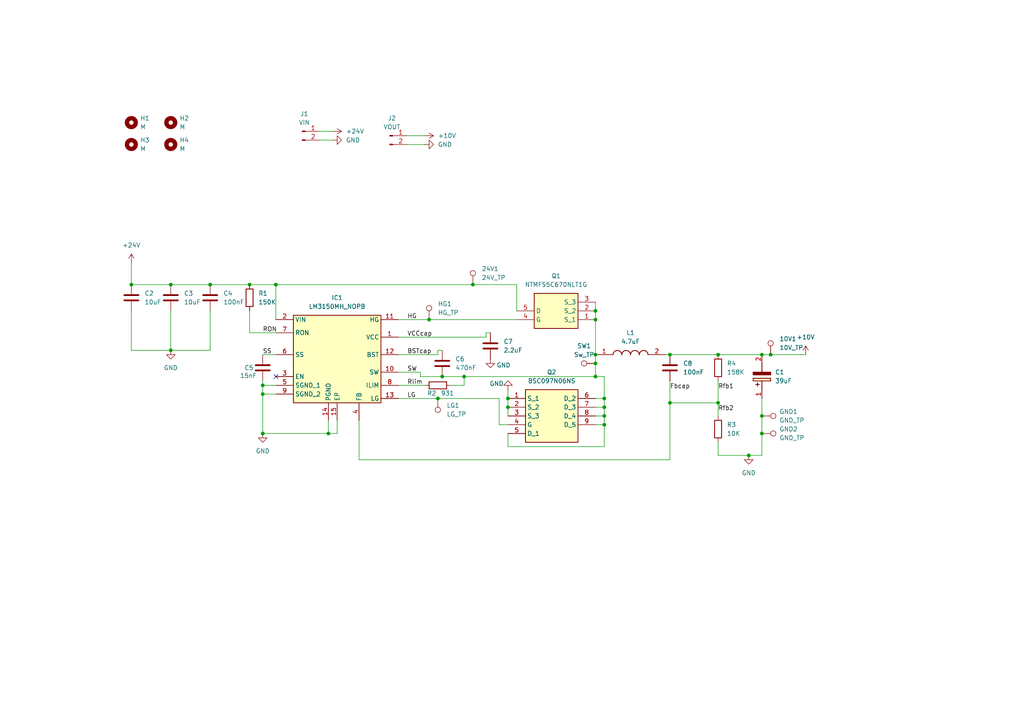
<source format=kicad_sch>
(kicad_sch (version 20250114) (generator "eeschema") (generator_version "9.0")
  (paper "A4")
  (lib_symbols
    (symbol "Connector:Conn_01x02_Pin" (pin_names (offset 1.016) (hide yes))
      (property "Reference" "J" (at 0 2.54 0))
      (property "Value" "Conn_01x02_Pin" (at 0 -5.08 0))
      (symbol "Conn_01x02_Pin_1_1"
        (rectangle (start 0.8636 0.127) (end 0 -0.127) (stroke (width 0.1524)) (fill (type outline)))
        (rectangle (start 0.8636 -2.413) (end 0 -2.667) (stroke (width 0.1524)) (fill (type outline)))
        (polyline (pts (xy 1.27 0) (xy 0.8636 0)) (stroke (width 0.1524)))
        (polyline (pts (xy 1.27 -2.54) (xy 0.8636 -2.54)) (stroke (width 0.1524)))
        (pin passive line (at 5.08 0 180) (length 3.81) (name "Pin_1") (number "1"))
        (pin passive line (at 5.08 -2.54 180) (length 3.81) (name "Pin_2") (number "2"))
      )
    )
    (symbol "Connector:TestPoint" (pin_numbers (hide yes)) (pin_names (offset 0.762) (hide yes))
      (property "Reference" "TP" (at 0 6.858 0))
      (property "Value" "TestPoint" (at 0 5.08 0))
      (symbol "TestPoint_0_1"
        (circle (center 0 3.302) (radius 0.762))
      )
      (symbol "TestPoint_1_1"
        (pin passive line (at 0 0 90) (length 2.54) (name "1") (number "1"))
      )
    )
    (symbol "Device:C" (pin_numbers (hide yes)) (pin_names (offset 0.254))
      (property "Reference" "C" (at 0.635 2.54 0))
      (property "Value" "C" (at 0.635 -2.54 0))
      (symbol "C_0_1"
        (polyline (pts (xy -2.032 0.762) (xy 2.032 0.762)) (stroke (width 0.508)))
        (polyline (pts (xy -2.032 -0.762) (xy 2.032 -0.762)) (stroke (width 0.508)))
      )
      (symbol "C_1_1"
        (pin passive line (at 0 3.81 270) (length 2.794) (name "~") (number "1"))
        (pin passive line (at 0 -3.81 90) (length 2.794) (name "~") (number "2"))
      )
    )
    (symbol "Device:R" (pin_numbers (hide yes)) (pin_names (offset 0))
      (property "Reference" "R" (at 2.032 0 90))
      (property "Value" "R" (at 0 0 90))
      (symbol "R_0_1"
        (rectangle (start -1.016 -2.54) (end 1.016 2.54) (stroke (width 0.254)))
      )
      (symbol "R_1_1"
        (pin passive line (at 0 3.81 270) (length 1.27) (name "~") (number "1"))
        (pin passive line (at 0 -3.81 90) (length 1.27) (name "~") (number "2"))
      )
    )
    (symbol "Mechanical:MountingHole" (pin_names (offset 1.016)) (in_bom no)
      (property "Reference" "H" (at 0 5.08 0))
      (property "Value" "MountingHole" (at 0 3.175 0))
      (symbol "MountingHole_0_1"
        (circle (center 0 0) (radius 1.27) (stroke (width 1.27)))
      )
    )
    (symbol "SamacSys_Parts:16SVPC39MV" (pin_names (hide yes))
      (property "Reference" "C" (at 8.89 6.35 0))
      (property "Value" "16SVPC39MV" (at 8.89 3.81 0))
      (symbol "16SVPC39MV_1_1"
        (polyline (pts (xy 2.54 0) (xy 5.08 0)) (stroke (width 0.254)))
        (polyline (pts (xy 4.064 1.778) (xy 4.064 0.762)) (stroke (width 0.254)))
        (polyline (pts (xy 4.572 1.27) (xy 3.556 1.27)) (stroke (width 0.254)))
        (rectangle (start 5.08 2.54) (end 5.842 -2.54) (stroke (width 0.254)) (fill (type background)))
        (polyline (pts (xy 7.62 2.54) (xy 7.62 -2.54) (xy 6.858 -2.54) (xy 6.858 2.54) (xy 7.62 2.54)) (stroke (width 0.254)) (fill (type outline)))
        (polyline (pts (xy 7.62 0) (xy 10.16 0)) (stroke (width 0.254)))
        (pin passive line (at 0 0 0) (length 2.54) (name "+") (number "1"))
        (pin passive line (at 12.7 0 180) (length 2.54) (name "-") (number "2"))
      )
    )
    (symbol "SamacSys_Parts:BSC097N06NS"
      (property "Reference" "Q" (at 21.59 7.62 0))
      (property "Value" "BSC097N06NS" (at 21.59 5.08 0))
      (symbol "BSC097N06NS_1_1"
        (rectangle (start 5.08 2.54) (end 20.32 -12.7) (stroke (width 0.254)) (fill (type background)))
        (pin passive line (at 0 0 0) (length 5.08) (name "S_1") (number "1"))
        (pin passive line (at 0 -2.54 0) (length 5.08) (name "S_2") (number "2"))
        (pin passive line (at 0 -5.08 0) (length 5.08) (name "S_3") (number "3"))
        (pin passive line (at 0 -7.62 0) (length 5.08) (name "G") (number "4"))
        (pin passive line (at 0 -10.16 0) (length 5.08) (name "D_1") (number "5"))
        (pin passive line (at 25.4 0 180) (length 5.08) (name "D_2") (number "6"))
        (pin passive line (at 25.4 -2.54 180) (length 5.08) (name "D_3") (number "7"))
        (pin passive line (at 25.4 -5.08 180) (length 5.08) (name "D_4") (number "8"))
        (pin passive line (at 25.4 -7.62 180) (length 5.08) (name "D_5") (number "9"))
      )
    )
    (symbol "SamacSys_Parts:IHLP5050FDER4R7M01" (pin_names (hide yes))
      (property "Reference" "L" (at 16.51 6.35 0))
      (property "Value" "IHLP5050FDER4R7M01" (at 16.51 3.81 0))
      (symbol "IHLP5050FDER4R7M01_1_1"
        (arc (start 5.08 0) (mid 6.35 1.219) (end 7.62 0) (stroke (width 0.254)))
        (arc (start 7.62 0) (mid 8.89 1.219) (end 10.16 0) (stroke (width 0.254)))
        (arc (start 10.16 0) (mid 11.43 1.219) (end 12.7 0) (stroke (width 0.254)))
        (arc (start 12.7 0) (mid 13.97 1.219) (end 15.24 0) (stroke (width 0.254)))
        (pin passive line (at 0 0 0) (length 5.08) (name "1") (number "1"))
        (pin passive line (at 20.32 0 180) (length 5.08) (name "2") (number "2"))
      )
    )
    (symbol "SamacSys_Parts:LM3150MH_NOPB"
      (property "Reference" "IC1" (at 17.78 7.62 0))
      (property "Value" "LM3150MH_NOPB" (at 17.78 5.08 0))
      (symbol "LM3150MH_NOPB_1_1"
        (rectangle (start 5.08 2.54) (end 30.48 -22.86) (stroke (width 0.254)) (fill (type background)))
        (pin passive line (at 0 1.27 0) (length 5.08) (name "VIN") (number "2"))
        (pin passive line (at 0 -2.54 0) (length 5.08) (name "RON") (number "7"))
        (pin passive line (at 0 -8.89 0) (length 5.08) (name "SS") (number "6"))
        (pin passive line (at 0 -15.24 0) (length 5.08) (name "EN") (number "3"))
        (pin passive line (at 0 -17.78 0) (length 5.08) (name "SGND_1") (number "5"))
        (pin passive line (at 0 -20.32 0) (length 5.08) (name "SGND_2") (number "9"))
        (pin passive line (at 15.24 -27.94 90) (length 5.08) (name "PGND") (number "14"))
        (pin passive line (at 17.78 -27.94 90) (length 5.08) (name "EP") (number "15"))
        (pin passive line (at 24.13 -27.94 90) (length 5.08) (name "FB") (number "4"))
        (pin passive line (at 35.56 1.27 180) (length 5.08) (name "HG") (number "11"))
        (pin passive line (at 35.56 -3.81 180) (length 5.08) (name "VCC") (number "1"))
        (pin passive line (at 35.56 -8.89 180) (length 5.08) (name "BST") (number "12"))
        (pin passive line (at 35.56 -13.97 180) (length 5.08) (name "SW") (number "10"))
        (pin passive line (at 35.56 -17.78 180) (length 5.08) (name "ILIM") (number "8"))
        (pin passive line (at 35.56 -21.59 180) (length 5.08) (name "LG") (number "13"))
      )
    )
    (symbol "SamacSys_Parts:NTMFS5C670NLT1G"
      (property "Reference" "Q" (at 19.05 7.62 0))
      (property "Value" "NTMFS5C670NLT1G" (at 19.05 5.08 0))
      (symbol "NTMFS5C670NLT1G_1_1"
        (rectangle (start 5.08 2.54) (end 17.78 -7.62) (stroke (width 0.254)) (fill (type background)))
        (pin passive line (at 0 0 0) (length 5.08) (name "S_1") (number "1"))
        (pin passive line (at 0 -2.54 0) (length 5.08) (name "S_2") (number "2"))
        (pin passive line (at 0 -5.08 0) (length 5.08) (name "S_3") (number "3"))
        (pin passive line (at 22.86 0 180) (length 5.08) (name "G") (number "4"))
        (pin passive line (at 22.86 -2.54 180) (length 5.08) (name "D") (number "5"))
      )
    )
    (symbol "power:+10V" (power) (pin_numbers (hide yes)) (pin_names (offset 0) (hide yes))
      (property "Value" "+10V" (at 0 3.556 0))
      (symbol "+10V_0_1"
        (polyline (pts (xy -0.762 1.27) (xy 0 2.54)))
        (polyline (pts (xy 0 2.54) (xy 0.762 1.27)))
        (polyline (pts (xy 0 0) (xy 0 2.54)))
      )
      (symbol "+10V_1_1"
        (pin power_in line (at 0 0 90) (length 0) (name "~") (number "1"))
      )
    )
    (symbol "power:+24V" (power) (pin_numbers (hide yes)) (pin_names (offset 0) (hide yes))
      (property "Value" "+24V" (at 0 3.556 0))
      (symbol "+24V_0_1"
        (polyline (pts (xy -0.762 1.27) (xy 0 2.54)))
        (polyline (pts (xy 0 2.54) (xy 0.762 1.27)))
        (polyline (pts (xy 0 0) (xy 0 2.54)))
      )
      (symbol "+24V_1_1"
        (pin power_in line (at 0 0 90) (length 0) (name "~") (number "1"))
      )
    )
    (symbol "power:GND" (power) (pin_numbers (hide yes)) (pin_names (offset 0) (hide yes))
      (property "Value" "GND" (at 0 -3.81 0))
      (symbol "GND_0_1"
        (polyline (pts (xy 0 0) (xy 0 -1.27) (xy 1.27 -1.27) (xy 0 -2.54) (xy -1.27 -1.27) (xy 0 -1.27)))
      )
      (symbol "GND_1_1"
        (pin power_in line (at 0 0 270) (length 0) (name "~") (number "1"))
      )
    )
  )
  (junction (at 80.01 82.55))
  (junction (at 194.31 116.84))
  (junction (at 172.72 109.22))
  (junction (at 147.32 118.11))
  (junction (at 124.46 92.71))
  (junction (at 217.17 132.08))
  (junction (at 208.28 102.87))
  (junction (at 76.2 125.73))
  (junction (at 220.98 102.87))
  (junction (at 76.2 111.76))
  (junction (at 147.32 115.57))
  (junction (at 175.26 120.65))
  (junction (at 208.28 116.84))
  (junction (at 49.53 82.55))
  (junction (at 134.62 109.22))
  (junction (at 76.2 114.3))
  (junction (at 172.72 90.17))
  (junction (at 220.98 120.65))
  (junction (at 172.72 105.41))
  (junction (at 95.25 125.73))
  (junction (at 172.72 92.71))
  (junction (at 175.26 115.57))
  (junction (at 175.26 118.11))
  (junction (at 49.53 101.6))
  (junction (at 60.96 82.55))
  (junction (at 127 115.57))
  (junction (at 220.98 125.73))
  (junction (at 223.52 102.87))
  (junction (at 72.39 82.55))
  (junction (at 128.27 109.22))
  (junction (at 194.31 102.87))
  (junction (at 137.16 82.55))
  (junction (at 172.72 102.87))
  (junction (at 38.1 82.55))
  (junction (at 175.26 123.19))
  (no_connect (at 80.01 109.22))
  (wire (pts (xy 127 102.87) (xy 127 101.6)))
  (wire (pts (xy 175.26 109.22) (xy 172.72 109.22)))
  (wire (pts (xy 76.2 110.49) (xy 76.2 111.76)))
  (wire (pts (xy 194.31 102.87) (xy 208.28 102.87)))
  (wire (pts (xy 194.31 133.35) (xy 194.31 116.84)))
  (wire (pts (xy 134.62 111.76) (xy 134.62 109.22)))
  (wire (pts (xy 49.53 90.17) (xy 49.53 101.6)))
  (wire (pts (xy 76.2 111.76) (xy 80.01 111.76)))
  (wire (pts (xy 124.46 92.71) (xy 149.86 92.71)))
  (wire (pts (xy 92.71 40.64) (xy 96.52 40.64)))
  (wire (pts (xy 76.2 125.73) (xy 95.25 125.73)))
  (wire (pts (xy 80.01 82.55) (xy 80.01 92.71)))
  (wire (pts (xy 172.72 92.71) (xy 172.72 102.87)))
  (wire (pts (xy 140.97 96.52) (xy 142.24 96.52)))
  (wire (pts (xy 127 115.57) (xy 115.57 115.57)))
  (wire (pts (xy 49.53 101.6) (xy 60.96 101.6)))
  (wire (pts (xy 130.81 111.76) (xy 134.62 111.76)))
  (wire (pts (xy 97.79 121.92) (xy 97.79 125.73)))
  (wire (pts (xy 172.72 118.11) (xy 175.26 118.11)))
  (wire (pts (xy 175.26 115.57) (xy 175.26 109.22)))
  (wire (pts (xy 72.39 90.17) (xy 72.39 96.52)))
  (wire (pts (xy 208.28 110.49) (xy 208.28 116.84)))
  (wire (pts (xy 76.2 111.76) (xy 76.2 114.3)))
  (wire (pts (xy 38.1 82.55) (xy 49.53 82.55)))
  (wire (pts (xy 175.26 123.19) (xy 175.26 120.65)))
  (wire (pts (xy 194.31 110.49) (xy 194.31 116.84)))
  (wire (pts (xy 115.57 107.95) (xy 121.92 107.95)))
  (wire (pts (xy 95.25 121.92) (xy 95.25 125.73)))
  (wire (pts (xy 208.28 102.87) (xy 220.98 102.87)))
  (wire (pts (xy 144.78 115.57) (xy 127 115.57)))
  (wire (pts (xy 127 101.6) (xy 128.27 101.6)))
  (wire (pts (xy 220.98 115.57) (xy 220.98 120.65)))
  (wire (pts (xy 115.57 111.76) (xy 123.19 111.76)))
  (wire (pts (xy 147.32 118.11) (xy 147.32 120.65)))
  (wire (pts (xy 147.32 125.73) (xy 147.32 129.54)))
  (wire (pts (xy 60.96 90.17) (xy 60.96 101.6)))
  (wire (pts (xy 220.98 120.65) (xy 220.98 125.73)))
  (wire (pts (xy 149.86 82.55) (xy 149.86 90.17)))
  (wire (pts (xy 115.57 102.87) (xy 127 102.87)))
  (wire (pts (xy 137.16 82.55) (xy 149.86 82.55)))
  (wire (pts (xy 118.11 41.91) (xy 123.19 41.91)))
  (wire (pts (xy 38.1 90.17) (xy 38.1 101.6)))
  (wire (pts (xy 172.72 120.65) (xy 175.26 120.65)))
  (wire (pts (xy 115.57 92.71) (xy 124.46 92.71)))
  (wire (pts (xy 175.26 120.65) (xy 175.26 118.11)))
  (wire (pts (xy 104.14 121.92) (xy 104.14 133.35)))
  (wire (pts (xy 38.1 76.2) (xy 38.1 82.55)))
  (wire (pts (xy 60.96 82.55) (xy 72.39 82.55)))
  (wire (pts (xy 104.14 133.35) (xy 194.31 133.35)))
  (wire (pts (xy 144.78 115.57) (xy 144.78 123.19)))
  (wire (pts (xy 193.04 102.87) (xy 194.31 102.87)))
  (wire (pts (xy 80.01 82.55) (xy 137.16 82.55)))
  (wire (pts (xy 175.26 129.54) (xy 175.26 123.19)))
  (wire (pts (xy 38.1 101.6) (xy 49.53 101.6)))
  (wire (pts (xy 147.32 113.03) (xy 147.32 115.57)))
  (wire (pts (xy 172.72 105.41) (xy 172.72 109.22)))
  (wire (pts (xy 172.72 102.87) (xy 172.72 105.41)))
  (wire (pts (xy 208.28 132.08) (xy 208.28 128.27)))
  (wire (pts (xy 208.28 116.84) (xy 208.28 120.65)))
  (wire (pts (xy 134.62 109.22) (xy 172.72 109.22)))
  (wire (pts (xy 220.98 125.73) (xy 220.98 132.08)))
  (wire (pts (xy 76.2 114.3) (xy 80.01 114.3)))
  (wire (pts (xy 118.11 39.37) (xy 123.19 39.37)))
  (wire (pts (xy 223.52 102.87) (xy 233.68 102.87)))
  (wire (pts (xy 147.32 129.54) (xy 175.26 129.54)))
  (wire (pts (xy 220.98 132.08) (xy 217.17 132.08)))
  (wire (pts (xy 172.72 123.19) (xy 175.26 123.19)))
  (wire (pts (xy 121.92 107.95) (xy 121.92 109.22)))
  (wire (pts (xy 194.31 116.84) (xy 208.28 116.84)))
  (wire (pts (xy 175.26 118.11) (xy 175.26 115.57)))
  (wire (pts (xy 172.72 115.57) (xy 175.26 115.57)))
  (wire (pts (xy 95.25 125.73) (xy 97.79 125.73)))
  (wire (pts (xy 220.98 102.87) (xy 223.52 102.87)))
  (wire (pts (xy 172.72 87.63) (xy 172.72 90.17)))
  (wire (pts (xy 121.92 109.22) (xy 128.27 109.22)))
  (wire (pts (xy 172.72 90.17) (xy 172.72 92.71)))
  (wire (pts (xy 96.52 38.1) (xy 92.71 38.1)))
  (wire (pts (xy 147.32 115.57) (xy 147.32 118.11)))
  (wire (pts (xy 217.17 132.08) (xy 208.28 132.08)))
  (wire (pts (xy 115.57 97.79) (xy 140.97 97.79)))
  (wire (pts (xy 76.2 114.3) (xy 76.2 125.73)))
  (wire (pts (xy 72.39 96.52) (xy 80.01 96.52)))
  (wire (pts (xy 144.78 123.19) (xy 147.32 123.19)))
  (wire (pts (xy 49.53 82.55) (xy 60.96 82.55)))
  (wire (pts (xy 76.2 102.87) (xy 80.01 102.87)))
  (wire (pts (xy 128.27 109.22) (xy 134.62 109.22)))
  (wire (pts (xy 72.39 82.55) (xy 80.01 82.55)))
  (wire (pts (xy 140.97 97.79) (xy 140.97 96.52)))
  (label "HG" (at 118.11 92.71 0))
  (label "Fbcap" (at 194.31 113.03 0))
  (label "SS" (at 76.2 102.87 0))
  (label "BSTcap" (at 118.11 102.87 0))
  (label "Rfb2" (at 208.28 119.38 0))
  (label "RON" (at 76.2 96.52 0))
  (label "VCCcap" (at 118.11 97.79 0))
  (label "Rfb1" (at 208.28 113.03 0))
  (label "Rlim" (at 118.11 111.76 0))
  (label "SW" (at 118.11 107.95 0))
  (label "LG" (at 118.11 115.57 0))
  (symbol (lib_id "SamacSys_Parts:BSC097N06NS") (at 147.32 115.57 0) (unit 1)
    (property "Reference" "Q2" (at 160.02 107.95 0))
    (property "Value" "BSC097N06NS" (at 160.02 110.49 0))
    (property "Footprint" "SamacSys_Parts:BSC097N06NS" (effects (hide yes)))
    (property "Datasheet" "https://www.infineon.com/dgdl/Infineon-BSC097N06NS-DataSheet-v02_02-EN.pdf?fileId=db3a304342371bb001424cdd69b87155" (effects (hide yes)))
    (property "Description" "MOSFET N-Ch 60V 46A TDSON-8" (effects (hide yes)))
    (property "Height" "1.2" (effects (hide yes)))
    (property "Mouser Part Number" "726-BSC097N06NS" (effects (hide yes)))
    (property "Mouser Price/Stock" "https://www.mouser.co.uk/ProductDetail/Infineon-Technologies/BSC097N06NS?qs=y2kkmE52mdPaOf2JefNKDg%3D%3D" (effects (hide yes)))
    (property "Manufacturer_Name" "Infineon" (effects (hide yes)))
    (property "Manufacturer_Part_Number" "BSC097N06NS" (effects (hide yes)))
  )
  (symbol (lib_id "SamacSys_Parts:NTMFS5C670NLT1G") (at 172.72 92.71 180) (unit 1)
    (property "Reference" "Q1" (at 161.29 80.01 0))
    (property "Value" "NTMFS5C670NLT1G" (at 161.29 82.55 0))
    (property "Footprint" "SamacSys_Parts:NRVTS10100EMFST1G" (effects (hide yes)))
    (property "Datasheet" "https://www.onsemi.com/pub/Collateral/NTMFS5C670NL-D.PDF" (effects (hide yes)))
    (property "Description" "Low RDS(on); Low input capacitance; RoHS Compliant" (effects (hide yes)))
    (property "Mouser Part Number" "863-NTMFS5C670NLT1G" (effects (hide yes)))
    (property "Mouser Price/Stock" "https://www.mouser.co.uk/ProductDetail/onsemi/NTMFS5C670NLT1G?qs=85c0ukccmxF7%2F53ox6Y1og%3D%3D" (effects (hide yes)))
    (property "Manufacturer_Name" "onsemi" (effects (hide yes)))
    (property "Manufacturer_Part_Number" "NTMFS5C670NLT1G" (effects (hide yes)))
  )
  (symbol (lib_id "Device:C") (at 142.24 100.33 0) (unit 1)
    (property "Reference" "C7" (at 146.05 99.0599 0) (effects (justify left)))
    (property "Value" "2.2uF" (at 146.05 101.5999 0) (effects (justify left)))
    (property "Footprint" "Capacitor_SMD:C_0805_2012Metric_Pad1.18x1.45mm_HandSolder" (effects (hide yes)))
    (property "Description" "Unpolarized capacitor" (effects (hide yes)))
  )
  (symbol (lib_id "Mechanical:MountingHole") (at 49.53 41.91 0) (unit 1) (in_bom no)
    (property "Reference" "H4" (at 52.07 40.6399 0) (effects (justify left)))
    (property "Value" "M" (at 52.07 43.1799 0) (effects (justify left)))
    (property "Footprint" "MountingHole:MountingHole_3.2mm_M3" (effects (hide yes)))
    (property "Description" "Mounting Hole without connection" (effects (hide yes)))
  )
  (symbol (lib_id "power:GND") (at 96.52 40.64 90) (unit 1)
    (property "Reference" "#PWR09" (effects (hide yes)))
    (property "Value" "GND" (at 100.33 40.6399 90) (effects (justify right)))
    (property "Description" "Power symbol creates a global label with name \"GND\" , ground" (effects (hide yes)))
  )
  (symbol (lib_id "Device:C") (at 194.31 106.68 0) (unit 1)
    (property "Reference" "C8" (at 198.12 105.4099 0) (effects (justify left)))
    (property "Value" "100nF" (at 198.12 107.9499 0) (effects (justify left)))
    (property "Footprint" "Capacitor_SMD:C_0805_2012Metric_Pad1.18x1.45mm_HandSolder" (effects (hide yes)))
    (property "Description" "Unpolarized capacitor" (effects (hide yes)))
  )
  (symbol (lib_id "Device:R") (at 208.28 124.46 180) (unit 1)
    (property "Reference" "R3" (at 210.82 123.1899 0) (effects (justify right)))
    (property "Value" "10K" (at 210.82 125.7299 0) (effects (justify right)))
    (property "Footprint" "Resistor_SMD:R_0805_2012Metric_Pad1.20x1.40mm_HandSolder" (effects (hide yes)))
    (property "Description" "Resistor" (effects (hide yes)))
  )
  (symbol (lib_id "power:+24V") (at 96.52 38.1 270) (unit 1)
    (property "Reference" "#PWR08" (effects (hide yes)))
    (property "Value" "+24V" (at 100.33 38.0999 90) (effects (justify left)))
    (property "Description" "Power symbol creates a global label with name \"+24V\"" (effects (hide yes)))
  )
  (symbol (lib_id "power:+24V") (at 38.1 76.2 0) (unit 1)
    (property "Reference" "#PWR01" (effects (hide yes)))
    (property "Value" "+24V" (at 38.1 71.12 0))
    (property "Description" "Power symbol creates a global label with name \"+24V\"" (effects (hide yes)))
  )
  (symbol (lib_id "Device:C") (at 49.53 86.36 0) (unit 1)
    (property "Reference" "C3" (at 53.34 85.0899 0) (effects (justify left)))
    (property "Value" "10uF" (at 53.34 87.6299 0) (effects (justify left)))
    (property "Footprint" "Capacitor_SMD:C_1210_3225Metric_Pad1.33x2.70mm_HandSolder" (effects (hide yes)))
    (property "Description" "Unpolarized capacitor" (effects (hide yes)))
  )
  (symbol (lib_id "Device:C") (at 38.1 86.36 0) (unit 1)
    (property "Reference" "C2" (at 41.91 85.0899 0) (effects (justify left)))
    (property "Value" "10uF" (at 41.91 87.6299 0) (effects (justify left)))
    (property "Footprint" "Capacitor_SMD:C_1210_3225Metric_Pad1.33x2.70mm_HandSolder" (effects (hide yes)))
    (property "Description" "Unpolarized capacitor" (effects (hide yes)))
  )
  (symbol (lib_id "Device:C") (at 76.2 106.68 0) (unit 1)
    (property "Reference" "C5" (at 70.866 106.68 0) (effects (justify left)))
    (property "Value" "15nF" (at 69.596 108.966 0) (effects (justify left)))
    (property "Footprint" "Capacitor_SMD:C_0805_2012Metric_Pad1.18x1.45mm_HandSolder" (effects (hide yes)))
    (property "Description" "Unpolarized capacitor" (effects (hide yes)))
  )
  (symbol (lib_id "Connector:Conn_01x02_Pin") (at 87.63 38.1 0) (unit 1)
    (property "Reference" "J1" (at 88.265 33.02 0))
    (property "Value" "VIN" (at 88.265 35.56 0))
    (property "Footprint" "Connector_PinHeader_2.54mm:PinHeader_1x02_P2.54mm_Vertical" (effects (hide yes)))
    (property "Description" "Generic connector, single row, 01x02, script generated" (effects (hide yes)))
  )
  (symbol (lib_id "Device:R") (at 208.28 106.68 180) (unit 1)
    (property "Reference" "R4" (at 210.82 105.4099 0) (effects (justify right)))
    (property "Value" "158K" (at 210.82 107.9499 0) (effects (justify right)))
    (property "Footprint" "Resistor_SMD:R_0805_2012Metric_Pad1.20x1.40mm_HandSolder" (effects (hide yes)))
    (property "Description" "Resistor" (effects (hide yes)))
  )
  (symbol (lib_id "power:GND") (at 49.53 101.6 0) (unit 1)
    (property "Reference" "#PWR02" (effects (hide yes)))
    (property "Value" "GND" (at 49.53 106.68 0))
    (property "Description" "Power symbol creates a global label with name \"GND\" , ground" (effects (hide yes)))
  )
  (symbol (lib_id "Connector:TestPoint") (at 220.98 125.73 270) (unit 1)
    (property "Reference" "GND2" (at 226.06 124.4599 90) (effects (justify left)))
    (property "Value" "GND_TP" (at 226.06 126.9999 90) (effects (justify left)))
    (property "Footprint" "TestPoint:TestPoint_Pad_D2.0mm" (effects (hide yes)))
    (property "Description" "test point" (effects (hide yes)))
  )
  (symbol (lib_id "Connector:TestPoint") (at 223.52 102.87 0) (unit 1)
    (property "Reference" "10V1" (at 226.06 98.2979 0) (effects (justify left)))
    (property "Value" "10V_TP" (at 226.06 100.8379 0) (effects (justify left)))
    (property "Footprint" "TestPoint:TestPoint_Pad_D2.0mm" (effects (hide yes)))
    (property "Description" "test point" (effects (hide yes)))
  )
  (symbol (lib_id "Device:R") (at 127 111.76 90) (unit 1)
    (property "Reference" "R2" (at 125.222 114.046 90))
    (property "Value" "931" (at 129.794 114.046 90))
    (property "Footprint" "Resistor_SMD:R_0805_2012Metric_Pad1.20x1.40mm_HandSolder" (effects (hide yes)))
    (property "Description" "Resistor" (effects (hide yes)))
  )
  (symbol (lib_id "power:+10V") (at 233.68 102.87 0) (unit 1)
    (property "Reference" "#PWR07" (effects (hide yes)))
    (property "Value" "+10V" (at 233.68 97.79 0))
    (property "Description" "Power symbol creates a global label with name \"+10V\"" (effects (hide yes)))
  )
  (symbol (lib_id "Mechanical:MountingHole") (at 38.1 35.56 0) (unit 1) (in_bom no)
    (property "Reference" "H1" (at 40.64 34.2899 0) (effects (justify left)))
    (property "Value" "M" (at 40.64 36.8299 0) (effects (justify left)))
    (property "Footprint" "MountingHole:MountingHole_3.2mm_M3" (effects (hide yes)))
    (property "Description" "Mounting Hole without connection" (effects (hide yes)))
  )
  (symbol (lib_id "Connector:TestPoint") (at 172.72 105.41 90) (unit 1)
    (property "Reference" "SW1" (at 169.418 100.33 90))
    (property "Value" "Sw_TP" (at 169.418 102.87 90))
    (property "Footprint" "TestPoint:TestPoint_Pad_D2.0mm" (effects (hide yes)))
    (property "Description" "test point" (effects (hide yes)))
  )
  (symbol (lib_id "Mechanical:MountingHole") (at 38.1 41.91 0) (unit 1) (in_bom no)
    (property "Reference" "H3" (at 40.64 40.6399 0) (effects (justify left)))
    (property "Value" "M" (at 40.64 43.1799 0) (effects (justify left)))
    (property "Footprint" "MountingHole:MountingHole_3.2mm_M3" (effects (hide yes)))
    (property "Description" "Mounting Hole without connection" (effects (hide yes)))
  )
  (symbol (lib_id "SamacSys_Parts:IHLP5050FDER4R7M01") (at 172.72 102.87 0) (unit 1)
    (property "Reference" "L1" (at 182.88 96.52 0))
    (property "Value" "4.7uF" (at 182.88 99.06 0))
    (property "Footprint" "SamacSys_Parts:INDPM132129X640N" (effects (hide yes)))
    (property "Datasheet" "https://www.vishay.com/docs/34123/ihlp-5050fd-01.pdf" (effects (hide yes)))
    (property "Description" "4.7 H Shielded Molded Inductor 13.5 A 8.7mOhm Max Nonstandard" (effects (hide yes)))
    (property "Height" "6.4" (effects (hide yes)))
    (property "Mouser Part Number" "70-IHLP5050FDER4R7M1" (effects (hide yes)))
    (property "Mouser Price/Stock" "https://www.mouser.co.uk/ProductDetail/Vishay-Dale/IHLP5050FDER4R7M01?qs=o%2FUcwuaH7XRZqxepUk1exA%3D%3D" (effects (hide yes)))
    (property "Manufacturer_Name" "Vishay" (effects (hide yes)))
    (property "Manufacturer_Part_Number" "IHLP5050FDER4R7M01" (effects (hide yes)))
  )
  (symbol (lib_id "Connector:TestPoint") (at 127 115.57 180) (unit 1)
    (property "Reference" "LG1" (at 129.54 117.6019 0) (effects (justify right)))
    (property "Value" "LG_TP" (at 129.54 120.1419 0) (effects (justify right)))
    (property "Footprint" "TestPoint:TestPoint_Pad_D2.0mm" (effects (hide yes)))
    (property "Description" "test point" (effects (hide yes)))
  )
  (symbol (lib_id "Connector:Conn_01x02_Pin") (at 113.03 39.37 0) (unit 1)
    (property "Reference" "J2" (at 113.665 34.29 0))
    (property "Value" "VOUT" (at 113.665 36.83 0))
    (property "Footprint" "Connector_PinHeader_2.54mm:PinHeader_1x02_P2.54mm_Vertical" (effects (hide yes)))
    (property "Description" "Generic connector, single row, 01x02, script generated" (effects (hide yes)))
  )
  (symbol (lib_id "SamacSys_Parts:16SVPC39MV") (at 220.98 115.57 90) (unit 1)
    (property "Reference" "C1" (at 224.79 107.9499 90) (effects (justify right)))
    (property "Value" "39uF" (at 224.79 110.4899 90) (effects (justify right)))
    (property "Footprint" "SamacSys_Parts:16SVF82M" (effects (hide yes)))
    (property "Datasheet" "http://industrial.panasonic.com/cdbs/www-data/pdf/AAB8000/AAB8000C256.pdf" (effects (hide yes)))
    (property "Description" "Panasonic 39uF 16V dc Aluminium Polymer Capacitor, Surface Mount 5 x 5.9mm +105C 5mm" (effects (hide yes)))
    (property "Height" "6" (effects (hide yes)))
    (property "Mouser Part Number" "667-16SVPC39MV" (effects (hide yes)))
    (property "Mouser Price/Stock" "https://www.mouser.co.uk/ProductDetail/Panasonic/16SVPC39MV?qs=OE1iw1LrrPGn39jvHok9wA%3D%3D" (effects (hide yes)))
    (property "Manufacturer_Name" "Panasonic" (effects (hide yes)))
    (property "Manufacturer_Part_Number" "16SVPC39MV" (effects (hide yes)))
  )
  (symbol (lib_id "Device:R") (at 72.39 86.36 0) (unit 1)
    (property "Reference" "R1" (at 74.93 85.0899 0) (effects (justify left)))
    (property "Value" "150K" (at 74.93 87.6299 0) (effects (justify left)))
    (property "Footprint" "Resistor_SMD:R_0805_2012Metric_Pad1.20x1.40mm_HandSolder" (effects (hide yes)))
    (property "Description" "Resistor" (effects (hide yes)))
  )
  (symbol (lib_id "Connector:TestPoint") (at 124.46 92.71 0) (unit 1)
    (property "Reference" "HG1" (at 127 88.1379 0) (effects (justify left)))
    (property "Value" "HG_TP" (at 127 90.6779 0) (effects (justify left)))
    (property "Footprint" "TestPoint:TestPoint_Pad_D2.0mm" (effects (hide yes)))
    (property "Description" "test point" (effects (hide yes)))
  )
  (symbol (lib_id "power:GND") (at 123.19 41.91 90) (unit 1)
    (property "Reference" "#PWR011" (effects (hide yes)))
    (property "Value" "GND" (at 127 41.9099 90) (effects (justify right)))
    (property "Description" "Power symbol creates a global label with name \"GND\" , ground" (effects (hide yes)))
  )
  (symbol (lib_id "power:GND") (at 217.17 132.08 0) (unit 1)
    (property "Reference" "#PWR06" (effects (hide yes)))
    (property "Value" "GND" (at 217.17 137.16 0))
    (property "Description" "Power symbol creates a global label with name \"GND\" , ground" (effects (hide yes)))
  )
  (symbol (lib_id "Device:C") (at 128.27 105.41 0) (unit 1)
    (property "Reference" "C6" (at 132.08 104.1399 0) (effects (justify left)))
    (property "Value" "470nF" (at 132.08 106.6799 0) (effects (justify left)))
    (property "Footprint" "Capacitor_SMD:C_0805_2012Metric_Pad1.18x1.45mm_HandSolder" (effects (hide yes)))
    (property "Description" "Unpolarized capacitor" (effects (hide yes)))
  )
  (symbol (lib_id "SamacSys_Parts:LM3150MH_NOPB") (at 80.01 93.98 0) (unit 1)
    (property "Reference" "IC1" (at 97.79 86.36 0))
    (property "Value" "LM3150MH_NOPB" (at 97.79 88.9 0))
    (property "Footprint" "SamacSys_Parts:SOP65P640X110-15N" (effects (hide yes)))
    (property "Datasheet" "http://www.ti.com/lit/ds/symlink/lm3150.pdf" (effects (hide yes)))
    (property "Description" "6V to 42V Synchronous Step-Down Controller with Adjustable Output Voltage" (effects (hide yes)))
    (property "Height" "1.1" (effects (hide yes)))
    (property "Mouser Part Number" "926-LM3150MH/NOPB" (effects (hide yes)))
    (property "Mouser Price/Stock" "https://www.mouser.co.uk/ProductDetail/Texas-Instruments/LM3150MH-NOPB?qs=X1J7HmVL2ZHJ%2FS5n%2FpwmDw%3D%3D" (effects (hide yes)))
    (property "Manufacturer_Name" "Texas Instruments" (effects (hide yes)))
    (property "Manufacturer_Part_Number" "LM3150MH/NOPB" (effects (hide yes)))
  )
  (symbol (lib_id "Connector:TestPoint") (at 137.16 82.55 0) (unit 1)
    (property "Reference" "24V1" (at 139.7 77.9779 0) (effects (justify left)))
    (property "Value" "24V_TP" (at 139.7 80.5179 0) (effects (justify left)))
    (property "Footprint" "TestPoint:TestPoint_Pad_D2.0mm" (effects (hide yes)))
    (property "Description" "test point" (effects (hide yes)))
  )
  (symbol (lib_id "power:GND") (at 147.32 113.03 180) (unit 1)
    (property "Reference" "#PWR05" (effects (hide yes)))
    (property "Value" "GND" (at 141.986 111.252 0) (effects (justify right)))
    (property "Description" "Power symbol creates a global label with name \"GND\" , ground" (effects (hide yes)))
  )
  (symbol (lib_id "Connector:TestPoint") (at 220.98 120.65 270) (unit 1)
    (property "Reference" "GND1" (at 226.06 119.3799 90) (effects (justify left)))
    (property "Value" "GND_TP" (at 226.06 121.9199 90) (effects (justify left)))
    (property "Footprint" "TestPoint:TestPoint_Pad_D2.0mm" (effects (hide yes)))
    (property "Description" "test point" (effects (hide yes)))
  )
  (symbol (lib_id "power:GND") (at 76.2 125.73 0) (unit 1)
    (property "Reference" "#PWR03" (effects (hide yes)))
    (property "Value" "GND" (at 76.2 130.81 0))
    (property "Description" "Power symbol creates a global label with name \"GND\" , ground" (effects (hide yes)))
  )
  (symbol (lib_id "power:GND") (at 142.24 104.14 0) (unit 1)
    (property "Reference" "#PWR04" (effects (hide yes)))
    (property "Value" "GND" (at 146.05 105.918 0))
    (property "Description" "Power symbol creates a global label with name \"GND\" , ground" (effects (hide yes)))
  )
  (symbol (lib_id "power:+10V") (at 123.19 39.37 270) (unit 1)
    (property "Reference" "#PWR010" (effects (hide yes)))
    (property "Value" "+10V" (at 127 39.3699 90) (effects (justify left)))
    (property "Description" "Power symbol creates a global label with name \"+10V\"" (effects (hide yes)))
  )
  (symbol (lib_id "Mechanical:MountingHole") (at 49.53 35.56 0) (unit 1) (in_bom no)
    (property "Reference" "H2" (at 52.07 34.2899 0) (effects (justify left)))
    (property "Value" "M" (at 52.07 36.8299 0) (effects (justify left)))
    (property "Footprint" "MountingHole:MountingHole_3.2mm_M3" (effects (hide yes)))
    (property "Description" "Mounting Hole without connection" (effects (hide yes)))
  )
  (symbol (lib_id "Device:C") (at 60.96 86.36 0) (unit 1)
    (property "Reference" "C4" (at 64.77 85.0899 0) (effects (justify left)))
    (property "Value" "100nF" (at 64.77 87.6299 0) (effects (justify left)))
    (property "Footprint" "Capacitor_SMD:C_0805_2012Metric_Pad1.18x1.45mm_HandSolder" (effects (hide yes)))
    (property "Description" "Unpolarized capacitor" (effects (hide yes)))
  )
)
</source>
